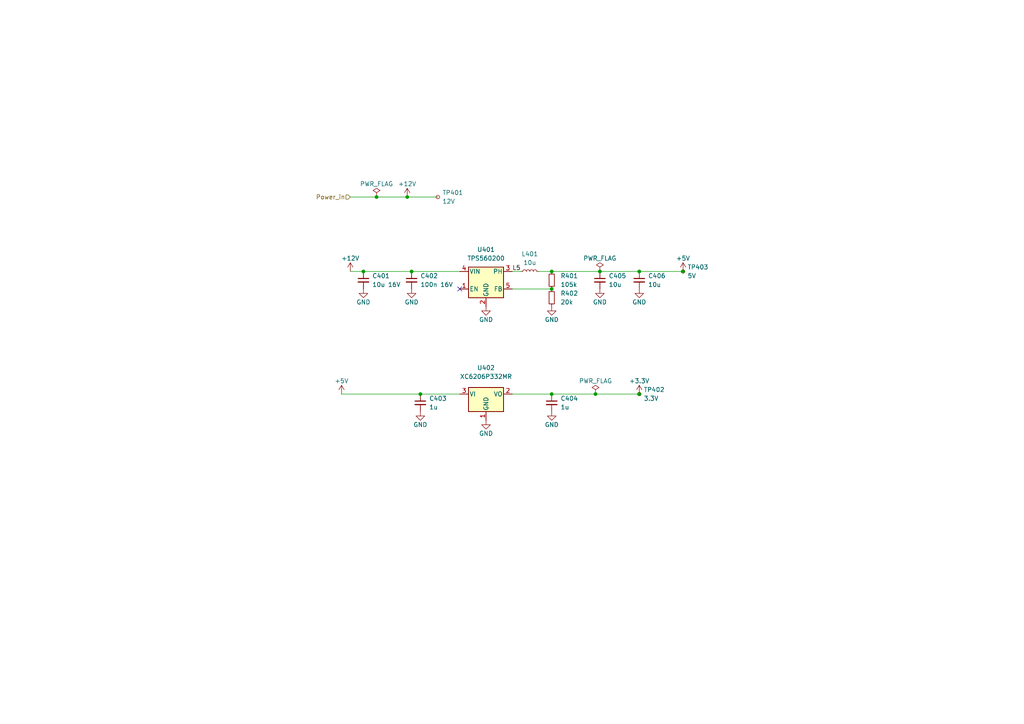
<source format=kicad_sch>
(kicad_sch (version 20230121) (generator eeschema)
  (paper "A4")
  (title_block (title "led-efficiency-measurement - POWER") (date "2023-01-24") (rev "0.1") (comment 4 "Unless specified, all capacitors should be rated for 10V or higher"))
  (lib_symbols
    (symbol "Device:C_Small" (pin_numbers hide) (pin_names (offset 0.254) hide)
      (property "Reference" "C" (at 0.254 1.778 0))
      (property "Value" "C_Small" (at 0.254 -2.032 0))
      (symbol "C_Small_0_1"
        (polyline (pts (xy -1.524 -0.508) (xy 1.524 -0.508)) (stroke (width 0.3302)))
        (polyline (pts (xy -1.524 0.508) (xy 1.524 0.508)) (stroke (width 0.3048)))
      )
      (symbol "C_Small_1_1"
        (pin passive line (at 0 2.54 270) (length 2.032) (name "~") (number "1"))
        (pin passive line (at 0 -2.54 90) (length 2.032) (name "~") (number "2"))
      )
    )
    (symbol "Device:L_Small" (pin_numbers hide) (pin_names (offset 0.254) hide)
      (property "Reference" "L" (at 0.762 1.016 0))
      (property "Value" "L_Small" (at 0.762 -1.016 0))
      (symbol "L_Small_0_1"
        (arc (start 0 -2.032) (mid 0.5058 -1.524) (end 0 -1.016))
        (arc (start 0 -1.016) (mid 0.5058 -0.508) (end 0 0))
        (arc (start 0 0) (mid 0.5058 0.508) (end 0 1.016))
        (arc (start 0 1.016) (mid 0.5058 1.524) (end 0 2.032))
      )
      (symbol "L_Small_1_1"
        (pin passive line (at 0 2.54 270) (length 0.508) (name "~") (number "1"))
        (pin passive line (at 0 -2.54 90) (length 0.508) (name "~") (number "2"))
      )
    )
    (symbol "Device:R_Small" (pin_numbers hide) (pin_names (offset 0.254) hide)
      (property "Reference" "R" (at 0.762 0.508 0))
      (property "Value" "R_Small" (at 0.762 -1.016 0))
      (symbol "R_Small_0_1"
        (rectangle (start -0.762 1.778) (end 0.762 -1.778) (stroke (width 0.2032)))
      )
      (symbol "R_Small_1_1"
        (pin passive line (at 0 2.54 270) (length 0.762) (name "~") (number "1"))
        (pin passive line (at 0 -2.54 90) (length 0.762) (name "~") (number "2"))
      )
    )
    (symbol "Regulator_Linear:XC6206PxxxMR" (pin_names (offset 0.254))
      (property "Reference" "U" (at -3.81 3.175 0))
      (property "Value" "XC6206PxxxMR" (at 0 3.175 0))
      (symbol "XC6206PxxxMR_0_1"
        (rectangle (start -5.08 1.905) (end 5.08 -5.08) (stroke (width 0.254)) (fill (type background)))
      )
      (symbol "XC6206PxxxMR_1_1"
        (pin power_in line (at 0 -7.62 90) (length 2.54) (name "GND") (number "1"))
        (pin power_out line (at 7.62 0 180) (length 2.54) (name "VO") (number "2"))
        (pin power_in line (at -7.62 0 0) (length 2.54) (name "VI") (number "3"))
      )
    )
    (symbol "Regulator_Switching:TPS560200" (pin_names (offset 0.254))
      (property "Reference" "U" (at -5.08 5.08 0))
      (property "Value" "TPS560200" (at 0 5.08 0))
      (symbol "TPS560200_0_1"
        (rectangle (start -5.08 3.81) (end 5.08 -5.08) (stroke (width 0.254)) (fill (type background)))
      )
      (symbol "TPS560200_1_1"
        (pin input line (at -7.62 -2.54 0) (length 2.54) (name "EN") (number "1"))
        (pin power_in line (at 0 -7.62 90) (length 2.54) (name "GND") (number "2"))
        (pin power_out line (at 7.62 2.54 180) (length 2.54) (name "PH") (number "3"))
        (pin power_in line (at -7.62 2.54 0) (length 2.54) (name "VIN") (number "4"))
        (pin input line (at 7.62 -2.54 180) (length 2.54) (name "FB") (number "5"))
      )
    )
    (symbol "Seppl_Testpoint:TestPoint_Small" (pin_numbers hide) (pin_names (offset 0.762) hide) (in_bom no)
      (property "Reference" "TP" (at 0 3.81 0))
      (property "Value" "TestPoint_Small" (at 0 2.032 0))
      (symbol "TestPoint_Small_0_1"
        (circle (center 0 0) (radius 0.508))
      )
      (symbol "TestPoint_Small_1_1"
        (pin passive line (at 0 0 90) (length 0) (name "1") (number "1"))
      )
    )
    (symbol "power:+12V" (power) (pin_names (offset 0))
      (property "Value" "+12V" (at 0 3.556 0))
      (symbol "+12V_0_1"
        (polyline (pts (xy -0.762 1.27) (xy 0 2.54)))
        (polyline (pts (xy 0 0) (xy 0 2.54)))
        (polyline (pts (xy 0 2.54) (xy 0.762 1.27)))
      )
      (symbol "+12V_1_1"
        (pin power_in line (at 0 0 90) (length 0) hide (name "+12V") (number "1"))
      )
    )
    (symbol "power:+3.3V" (power) (pin_names (offset 0))
      (property "Value" "+3.3V" (at 0 3.556 0))
      (symbol "+3.3V_0_1"
        (polyline (pts (xy -0.762 1.27) (xy 0 2.54)))
        (polyline (pts (xy 0 0) (xy 0 2.54)))
        (polyline (pts (xy 0 2.54) (xy 0.762 1.27)))
      )
      (symbol "+3.3V_1_1"
        (pin power_in line (at 0 0 90) (length 0) hide (name "+3.3V") (number "1"))
      )
    )
    (symbol "power:+5V" (power) (pin_names (offset 0))
      (property "Value" "+5V" (at 0 3.556 0))
      (symbol "+5V_0_1"
        (polyline (pts (xy -0.762 1.27) (xy 0 2.54)))
        (polyline (pts (xy 0 0) (xy 0 2.54)))
        (polyline (pts (xy 0 2.54) (xy 0.762 1.27)))
      )
      (symbol "+5V_1_1"
        (pin power_in line (at 0 0 90) (length 0) hide (name "+5V") (number "1"))
      )
    )
    (symbol "power:GND" (power) (pin_names (offset 0))
      (property "Value" "GND" (at 0 -3.81 0))
      (symbol "GND_0_1"
        (polyline (pts (xy 0 0) (xy 0 -1.27) (xy 1.27 -1.27) (xy 0 -2.54) (xy -1.27 -1.27) (xy 0 -1.27)))
      )
      (symbol "GND_1_1"
        (pin power_in line (at 0 0 270) (length 0) hide (name "GND") (number "1"))
      )
    )
    (symbol "power:PWR_FLAG" (power) (pin_numbers hide) (pin_names (offset 0) hide)
      (property "Value" "PWR_FLAG" (at 0 3.81 0))
      (symbol "PWR_FLAG_0_0"
        (pin power_out line (at 0 0 90) (length 0) (name "pwr") (number "1"))
      )
      (symbol "PWR_FLAG_0_1"
        (polyline (pts (xy 0 0) (xy 0 1.27) (xy -1.016 1.905) (xy 0 2.54) (xy 1.016 1.905) (xy 0 1.27)))
      )
    )
  )
  (junction (at 105.41 78.74))
  (junction (at 160.02 114.3))
  (junction (at 185.42 78.74))
  (junction (at 172.72 114.3))
  (junction (at 160.02 83.82))
  (junction (at 160.02 78.74))
  (junction (at 185.42 114.3))
  (junction (at 121.92 114.3))
  (junction (at 109.22 57.15))
  (junction (at 118.11 57.15))
  (junction (at 198.12 78.74))
  (junction (at 173.99 78.74))
  (junction (at 119.38 78.74))
  (no_connect (at 133.35 83.82))
  (wire (pts (xy 118.11 57.15) (xy 127 57.15)))
  (wire (pts (xy 160.02 78.74) (xy 173.99 78.74)))
  (wire (pts (xy 101.6 57.15) (xy 109.22 57.15)))
  (wire (pts (xy 109.22 57.15) (xy 118.11 57.15)))
  (wire (pts (xy 185.42 78.74) (xy 198.12 78.74)))
  (wire (pts (xy 172.72 114.3) (xy 160.02 114.3)))
  (wire (pts (xy 185.42 114.3) (xy 172.72 114.3)))
  (wire (pts (xy 101.6 78.74) (xy 105.41 78.74)))
  (wire (pts (xy 156.21 78.74) (xy 160.02 78.74)))
  (wire (pts (xy 148.59 114.3) (xy 160.02 114.3)))
  (wire (pts (xy 99.06 114.3) (xy 121.92 114.3)))
  (wire (pts (xy 148.59 78.74) (xy 151.13 78.74)))
  (wire (pts (xy 121.92 114.3) (xy 133.35 114.3)))
  (wire (pts (xy 105.41 78.74) (xy 119.38 78.74)))
  (wire (pts (xy 119.38 78.74) (xy 133.35 78.74)))
  (wire (pts (xy 173.99 78.74) (xy 185.42 78.74)))
  (wire (pts (xy 148.59 83.82) (xy 160.02 83.82)))
  (label "L5" (at 148.59 78.74 0))
  (hierarchical_label "Power_in" (shape input) (at 101.6 57.15 180))
  (symbol (lib_id "Device:R_Small") (at 160.02 86.36 0) (unit 1)
    (property "Reference" "R402" (at 162.56 85.0899 0) (effects (justify left)))
    (property "Value" "20k" (at 162.56 87.6299 0) (effects (justify left)))
    (property "Footprint" "Resistor_SMD:R_0805_2012Metric_Pad1.20x1.40mm_HandSolder" (effects hide))
  )
  (symbol (lib_id "power:PWR_FLAG") (at 109.22 57.15 0) (unit 1)
    (property "Reference" "#FLG0401" (effects hide))
    (property "Value" "PWR_FLAG" (at 109.22 53.34 0))
  )
  (symbol (lib_id "Device:C_Small") (at 160.02 116.84 0) (unit 1)
    (property "Reference" "C404" (at 162.56 115.5762 0) (effects (justify left)))
    (property "Value" "1u" (at 162.56 118.1162 0) (effects (justify left)))
    (property "Footprint" "Capacitor_SMD:C_0805_2012Metric_Pad1.18x1.45mm_HandSolder" (effects hide))
  )
  (symbol (lib_id "Device:C_Small") (at 105.41 81.28 0) (unit 1)
    (property "Reference" "C401" (at 107.95 80.0162 0) (effects (justify left)))
    (property "Value" "10u 16V" (at 107.95 82.5562 0) (effects (justify left)))
    (property "Footprint" "Capacitor_SMD:C_0805_2012Metric_Pad1.18x1.45mm_HandSolder" (effects hide))
  )
  (symbol (lib_id "Seppl_Testpoint:TestPoint_Small") (at 185.42 114.3 0) (unit 1) (in_bom no)
    (property "Reference" "TP402" (at 186.69 113.0299 0) (effects (justify left)))
    (property "Value" "3.3V" (at 186.69 115.5699 0) (effects (justify left)))
    (property "Footprint" "TestPoint:TestPoint_Pad_D1.5mm" (effects hide))
  )
  (symbol (lib_id "power:PWR_FLAG") (at 172.72 114.3 0) (unit 1)
    (property "Reference" "#FLG0402" (effects hide))
    (property "Value" "PWR_FLAG" (at 172.72 110.49 0))
  )
  (symbol (lib_id "power:GND") (at 173.99 83.82 0) (unit 1)
    (property "Reference" "#PWR0411" (effects hide))
    (property "Value" "GND" (at 173.99 87.63 0))
  )
  (symbol (lib_id "power:+5V") (at 99.06 114.3 0) (unit 1)
    (property "Reference" "#PWR0401" (effects hide))
    (property "Value" "+5V" (at 99.06 110.49 0))
  )
  (symbol (lib_id "power:GND") (at 160.02 119.38 0) (unit 1)
    (property "Reference" "#PWR0410" (effects hide))
    (property "Value" "GND" (at 160.02 123.19 0))
  )
  (symbol (lib_id "power:+5V") (at 198.12 78.74 0) (unit 1)
    (property "Reference" "#PWR0414" (effects hide))
    (property "Value" "+5V" (at 198.12 74.93 0))
  )
  (symbol (lib_id "power:GND") (at 121.92 119.38 0) (unit 1)
    (property "Reference" "#PWR0406" (effects hide))
    (property "Value" "GND" (at 121.92 123.19 0))
  )
  (symbol (lib_id "Seppl_Testpoint:TestPoint_Small") (at 198.12 78.74 0) (unit 1) (in_bom no)
    (property "Reference" "TP403" (at 199.39 77.4699 0) (effects (justify left)))
    (property "Value" "5V" (at 199.39 80.0099 0) (effects (justify left)))
    (property "Footprint" "TestPoint:TestPoint_Pad_D1.5mm" (effects hide))
  )
  (symbol (lib_id "Seppl_Testpoint:TestPoint_Small") (at 127 57.15 0) (unit 1) (in_bom no)
    (property "Reference" "TP401" (at 128.27 55.8799 0) (effects (justify left)))
    (property "Value" "12V" (at 128.27 58.4199 0) (effects (justify left)))
    (property "Footprint" "TestPoint:TestPoint_Pad_D1.5mm" (effects hide))
  )
  (symbol (lib_id "power:+3.3V") (at 185.42 114.3 0) (unit 1)
    (property "Reference" "#PWR0413" (effects hide))
    (property "Value" "+3.3V" (at 185.42 110.49 0))
  )
  (symbol (lib_id "Device:C_Small") (at 119.38 81.28 0) (unit 1)
    (property "Reference" "C402" (at 121.92 80.0162 0) (effects (justify left)))
    (property "Value" "100n 16V" (at 121.92 82.5562 0) (effects (justify left)))
    (property "Footprint" "Capacitor_SMD:C_0805_2012Metric_Pad1.18x1.45mm_HandSolder" (effects hide))
  )
  (symbol (lib_id "Regulator_Switching:TPS560200") (at 140.97 81.28 0) (unit 1)
    (property "Reference" "U401" (at 140.97 72.39 0))
    (property "Value" "TPS560200" (at 140.97 74.93 0))
    (property "Footprint" "Package_TO_SOT_SMD:SOT-23-5" (effects hide))
    (property "Datasheet" "http://www.ti.com/lit/ds/symlink/tps560200.pdf" (effects hide))
  )
  (symbol (lib_id "Device:R_Small") (at 160.02 81.28 0) (unit 1)
    (property "Reference" "R401" (at 162.56 80.0099 0) (effects (justify left)))
    (property "Value" "105k" (at 162.56 82.5499 0) (effects (justify left)))
    (property "Footprint" "Resistor_SMD:R_0805_2012Metric_Pad1.20x1.40mm_HandSolder" (effects hide))
  )
  (symbol (lib_id "power:GND") (at 185.42 83.82 0) (unit 1)
    (property "Reference" "#PWR0412" (effects hide))
    (property "Value" "GND" (at 185.42 87.63 0))
  )
  (symbol (lib_id "power:GND") (at 140.97 121.92 0) (unit 1)
    (property "Reference" "#PWR0408" (effects hide))
    (property "Value" "GND" (at 140.97 125.73 0))
  )
  (symbol (lib_id "power:GND") (at 105.41 83.82 0) (unit 1)
    (property "Reference" "#PWR0403" (effects hide))
    (property "Value" "GND" (at 105.41 87.63 0))
  )
  (symbol (lib_id "power:GND") (at 160.02 88.9 0) (unit 1)
    (property "Reference" "#PWR0409" (effects hide))
    (property "Value" "GND" (at 160.02 92.71 0))
  )
  (symbol (lib_id "Device:C_Small") (at 173.99 81.28 0) (unit 1)
    (property "Reference" "C405" (at 176.53 80.0162 0) (effects (justify left)))
    (property "Value" "10u" (at 176.53 82.5562 0) (effects (justify left)))
    (property "Footprint" "Capacitor_SMD:C_0805_2012Metric_Pad1.18x1.45mm_HandSolder" (effects hide))
  )
  (symbol (lib_id "Regulator_Linear:XC6206PxxxMR") (at 140.97 114.3 0) (unit 1)
    (property "Reference" "U402" (at 140.97 106.68 0))
    (property "Value" "XC6206P332MR" (at 140.97 109.22 0))
    (property "Footprint" "Package_TO_SOT_SMD:SOT-23-3" (effects hide))
    (property "Datasheet" "https://www.torexsemi.com/file/xc6206/XC6206.pdf" (effects hide))
  )
  (symbol (lib_id "Device:C_Small") (at 121.92 116.84 0) (unit 1)
    (property "Reference" "C403" (at 124.46 115.5762 0) (effects (justify left)))
    (property "Value" "1u" (at 124.46 118.1162 0) (effects (justify left)))
    (property "Footprint" "Capacitor_SMD:C_0805_2012Metric_Pad1.18x1.45mm_HandSolder" (effects hide))
  )
  (symbol (lib_id "Device:L_Small") (at 153.67 78.74 90) (unit 1)
    (property "Reference" "L401" (at 153.67 73.66 90))
    (property "Value" "10u" (at 153.67 76.2 90))
    (property "Footprint" "Seppl_Inductor_SMD:L_WE-PD2" (effects hide))
  )
  (symbol (lib_id "power:PWR_FLAG") (at 173.99 78.74 0) (unit 1)
    (property "Reference" "#FLG0403" (effects hide))
    (property "Value" "PWR_FLAG" (at 173.99 74.93 0))
  )
  (symbol (lib_id "power:+12V") (at 101.6 78.74 0) (unit 1)
    (property "Reference" "#PWR0402" (effects hide))
    (property "Value" "+12V" (at 101.6 74.93 0))
  )
  (symbol (lib_id "power:+12V") (at 118.11 57.15 0) (unit 1)
    (property "Reference" "#PWR0404" (effects hide))
    (property "Value" "+12V" (at 118.11 53.34 0))
  )
  (symbol (lib_id "power:GND") (at 140.97 88.9 0) (unit 1)
    (property "Reference" "#PWR0407" (effects hide))
    (property "Value" "GND" (at 140.97 92.71 0))
  )
  (symbol (lib_id "power:GND") (at 119.38 83.82 0) (unit 1)
    (property "Reference" "#PWR0405" (effects hide))
    (property "Value" "GND" (at 119.38 87.63 0))
  )
  (symbol (lib_id "Device:C_Small") (at 185.42 81.28 0) (unit 1)
    (property "Reference" "C406" (at 187.96 80.0162 0) (effects (justify left)))
    (property "Value" "10u" (at 187.96 82.5562 0) (effects (justify left)))
    (property "Footprint" "Capacitor_SMD:C_0805_2012Metric_Pad1.18x1.45mm_HandSolder" (effects hide))
  )
)
</source>
